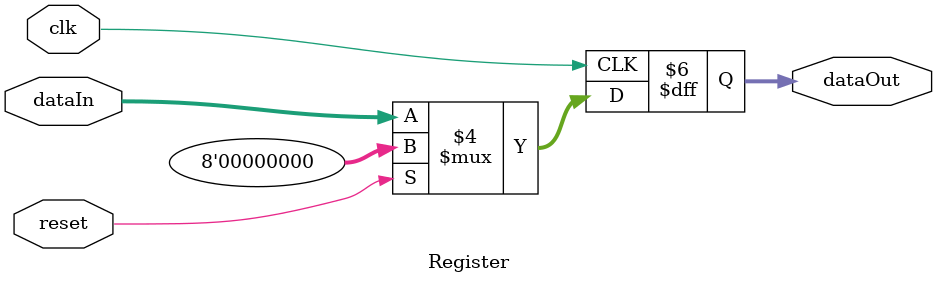
<source format=v>
`timescale 1ns / 1ps
module Register(clk,reset,dataIn,dataOut);

parameter n=8;

input clk,reset;
input[n-1:0] dataIn;
output reg[n-1:0] dataOut=0;

always@(posedge clk)begin

	if(reset)
		dataOut <= 0;
	else
	   dataOut <= dataIn;

end

endmodule


</source>
